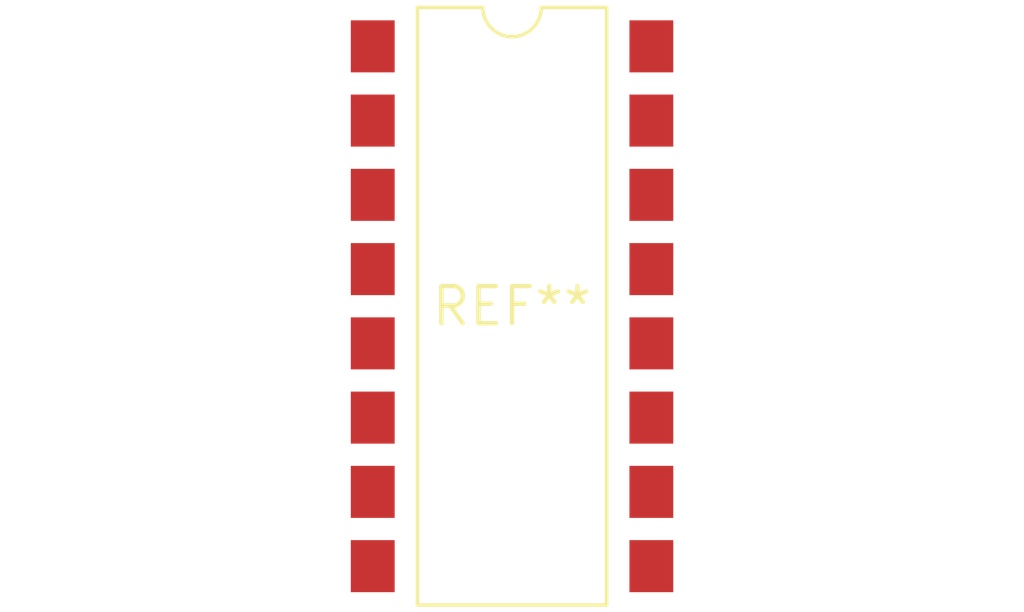
<source format=kicad_pcb>
(kicad_pcb (version 20240108) (generator pcbnew)
  (layers (0 "F.Cu" signal) (31 "B.Cu" signal) (34 "B.Paste" user) (35 "F.Paste" user) (36 "B.SilkS" user "B.Silkscreen") (37 "F.SilkS" user "F.Silkscreen") (38 "B.Mask" user) (39 "F.Mask" user) (44 "Edge.Cuts" user))
  (net 0 "")
  (footprint "SMDIP-16_W9.53mm_Clearance8mm" (layer "F.Cu") (at 0 0)
    (property "Reference" "REF**")
    (property "Value" "SMDIP-16_W9.53mm_Clearance8mm")
    (fp_line (start -3.235 -10.22) (end -3.235 10.22) (layer "F.SilkS") (stroke (width 0.12)))
    (fp_line (start -3.235 10.22) (end 3.235 10.22) (layer "F.SilkS") (stroke (width 0.12)))
    (fp_line (start -1 -10.22) (end -3.235 -10.22) (layer "F.SilkS") (stroke (width 0.12)))
    (fp_line (start 3.235 -10.22) (end 1 -10.22) (layer "F.SilkS") (stroke (width 0.12)))
    (fp_line (start 3.235 10.22) (end 3.235 -10.22) (layer "F.SilkS") (stroke (width 0.12)))
    (fp_arc (start 1 -10.22) (mid 0 -9.22) (end -1 -10.22) (layer "F.SilkS") (stroke (width 0.12)))
    (pad "1" smd rect (at -4.765 -8.89) (size 1.5 1.78) (layers "F.Cu" "F.Paste" "F.Mask"))
    (pad "2" smd rect (at -4.765 -6.35) (size 1.5 1.78) (layers "F.Cu" "F.Paste" "F.Mask"))
    (pad "3" smd rect (at -4.765 -3.81) (size 1.5 1.78) (layers "F.Cu" "F.Paste" "F.Mask"))
    (pad "4" smd rect (at -4.765 -1.27) (size 1.5 1.78) (layers "F.Cu" "F.Paste" "F.Mask"))
    (pad "5" smd rect (at -4.765 1.27) (size 1.5 1.78) (layers "F.Cu" "F.Paste" "F.Mask"))
    (pad "6" smd rect (at -4.765 3.81) (size 1.5 1.78) (layers "F.Cu" "F.Paste" "F.Mask"))
    (pad "7" smd rect (at -4.765 6.35) (size 1.5 1.78) (layers "F.Cu" "F.Paste" "F.Mask"))
    (pad "8" smd rect (at -4.765 8.89) (size 1.5 1.78) (layers "F.Cu" "F.Paste" "F.Mask"))
    (pad "9" smd rect (at 4.765 8.89) (size 1.5 1.78) (layers "F.Cu" "F.Paste" "F.Mask"))
    (pad "10" smd rect (at 4.765 6.35) (size 1.5 1.78) (layers "F.Cu" "F.Paste" "F.Mask"))
    (pad "11" smd rect (at 4.765 3.81) (size 1.5 1.78) (layers "F.Cu" "F.Paste" "F.Mask"))
    (pad "12" smd rect (at 4.765 1.27) (size 1.5 1.78) (layers "F.Cu" "F.Paste" "F.Mask"))
    (pad "13" smd rect (at 4.765 -1.27) (size 1.5 1.78) (layers "F.Cu" "F.Paste" "F.Mask"))
    (pad "14" smd rect (at 4.765 -3.81) (size 1.5 1.78) (layers "F.Cu" "F.Paste" "F.Mask"))
    (pad "15" smd rect (at 4.765 -6.35) (size 1.5 1.78) (layers "F.Cu" "F.Paste" "F.Mask"))
    (pad "16" smd rect (at 4.765 -8.89) (size 1.5 1.78) (layers "F.Cu" "F.Paste" "F.Mask"))
  )
)
</source>
